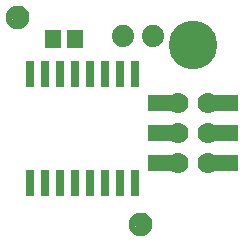
<source format=gbr>
G04 EAGLE Gerber RS-274X export*
G75*
%MOMM*%
%FSLAX34Y34*%
%LPD*%
%INSoldermask Bottom*%
%IPPOS*%
%AMOC8*
5,1,8,0,0,1.08239X$1,22.5*%
G01*
%ADD10R,1.341600X1.601600*%
%ADD11C,4.117600*%
%ADD12C,1.778000*%
%ADD13R,2.133600X1.371600*%
%ADD14C,1.101600*%
%ADD15C,0.500000*%
%ADD16R,0.701600X2.301600*%
%ADD17C,1.879600*%


D10*
X41808Y183896D03*
X60808Y183896D03*
D11*
X160782Y178562D03*
D12*
X148082Y129794D03*
X173482Y129794D03*
X148082Y104394D03*
X173482Y104394D03*
X148082Y78994D03*
X173482Y78994D03*
D13*
X188722Y129794D03*
X188722Y104394D03*
X188722Y78994D03*
X132842Y129794D03*
X132842Y104394D03*
X132842Y78994D03*
D14*
X116332Y26924D03*
D15*
X123832Y26924D02*
X123830Y27105D01*
X123823Y27286D01*
X123812Y27467D01*
X123797Y27648D01*
X123777Y27828D01*
X123753Y28008D01*
X123725Y28187D01*
X123692Y28365D01*
X123655Y28542D01*
X123614Y28719D01*
X123569Y28894D01*
X123519Y29069D01*
X123465Y29242D01*
X123407Y29413D01*
X123345Y29584D01*
X123278Y29752D01*
X123208Y29919D01*
X123134Y30085D01*
X123055Y30248D01*
X122973Y30409D01*
X122887Y30569D01*
X122797Y30726D01*
X122703Y30881D01*
X122606Y31034D01*
X122504Y31184D01*
X122400Y31332D01*
X122291Y31478D01*
X122180Y31620D01*
X122064Y31760D01*
X121946Y31897D01*
X121824Y32032D01*
X121699Y32163D01*
X121571Y32291D01*
X121440Y32416D01*
X121305Y32538D01*
X121168Y32656D01*
X121028Y32772D01*
X120886Y32883D01*
X120740Y32992D01*
X120592Y33096D01*
X120442Y33198D01*
X120289Y33295D01*
X120134Y33389D01*
X119977Y33479D01*
X119817Y33565D01*
X119656Y33647D01*
X119493Y33726D01*
X119327Y33800D01*
X119160Y33870D01*
X118992Y33937D01*
X118821Y33999D01*
X118650Y34057D01*
X118477Y34111D01*
X118302Y34161D01*
X118127Y34206D01*
X117950Y34247D01*
X117773Y34284D01*
X117595Y34317D01*
X117416Y34345D01*
X117236Y34369D01*
X117056Y34389D01*
X116875Y34404D01*
X116694Y34415D01*
X116513Y34422D01*
X116332Y34424D01*
X116151Y34422D01*
X115970Y34415D01*
X115789Y34404D01*
X115608Y34389D01*
X115428Y34369D01*
X115248Y34345D01*
X115069Y34317D01*
X114891Y34284D01*
X114714Y34247D01*
X114537Y34206D01*
X114362Y34161D01*
X114187Y34111D01*
X114014Y34057D01*
X113843Y33999D01*
X113672Y33937D01*
X113504Y33870D01*
X113337Y33800D01*
X113171Y33726D01*
X113008Y33647D01*
X112847Y33565D01*
X112687Y33479D01*
X112530Y33389D01*
X112375Y33295D01*
X112222Y33198D01*
X112072Y33096D01*
X111924Y32992D01*
X111778Y32883D01*
X111636Y32772D01*
X111496Y32656D01*
X111359Y32538D01*
X111224Y32416D01*
X111093Y32291D01*
X110965Y32163D01*
X110840Y32032D01*
X110718Y31897D01*
X110600Y31760D01*
X110484Y31620D01*
X110373Y31478D01*
X110264Y31332D01*
X110160Y31184D01*
X110058Y31034D01*
X109961Y30881D01*
X109867Y30726D01*
X109777Y30569D01*
X109691Y30409D01*
X109609Y30248D01*
X109530Y30085D01*
X109456Y29919D01*
X109386Y29752D01*
X109319Y29584D01*
X109257Y29413D01*
X109199Y29242D01*
X109145Y29069D01*
X109095Y28894D01*
X109050Y28719D01*
X109009Y28542D01*
X108972Y28365D01*
X108939Y28187D01*
X108911Y28008D01*
X108887Y27828D01*
X108867Y27648D01*
X108852Y27467D01*
X108841Y27286D01*
X108834Y27105D01*
X108832Y26924D01*
X108834Y26743D01*
X108841Y26562D01*
X108852Y26381D01*
X108867Y26200D01*
X108887Y26020D01*
X108911Y25840D01*
X108939Y25661D01*
X108972Y25483D01*
X109009Y25306D01*
X109050Y25129D01*
X109095Y24954D01*
X109145Y24779D01*
X109199Y24606D01*
X109257Y24435D01*
X109319Y24264D01*
X109386Y24096D01*
X109456Y23929D01*
X109530Y23763D01*
X109609Y23600D01*
X109691Y23439D01*
X109777Y23279D01*
X109867Y23122D01*
X109961Y22967D01*
X110058Y22814D01*
X110160Y22664D01*
X110264Y22516D01*
X110373Y22370D01*
X110484Y22228D01*
X110600Y22088D01*
X110718Y21951D01*
X110840Y21816D01*
X110965Y21685D01*
X111093Y21557D01*
X111224Y21432D01*
X111359Y21310D01*
X111496Y21192D01*
X111636Y21076D01*
X111778Y20965D01*
X111924Y20856D01*
X112072Y20752D01*
X112222Y20650D01*
X112375Y20553D01*
X112530Y20459D01*
X112687Y20369D01*
X112847Y20283D01*
X113008Y20201D01*
X113171Y20122D01*
X113337Y20048D01*
X113504Y19978D01*
X113672Y19911D01*
X113843Y19849D01*
X114014Y19791D01*
X114187Y19737D01*
X114362Y19687D01*
X114537Y19642D01*
X114714Y19601D01*
X114891Y19564D01*
X115069Y19531D01*
X115248Y19503D01*
X115428Y19479D01*
X115608Y19459D01*
X115789Y19444D01*
X115970Y19433D01*
X116151Y19426D01*
X116332Y19424D01*
X116513Y19426D01*
X116694Y19433D01*
X116875Y19444D01*
X117056Y19459D01*
X117236Y19479D01*
X117416Y19503D01*
X117595Y19531D01*
X117773Y19564D01*
X117950Y19601D01*
X118127Y19642D01*
X118302Y19687D01*
X118477Y19737D01*
X118650Y19791D01*
X118821Y19849D01*
X118992Y19911D01*
X119160Y19978D01*
X119327Y20048D01*
X119493Y20122D01*
X119656Y20201D01*
X119817Y20283D01*
X119977Y20369D01*
X120134Y20459D01*
X120289Y20553D01*
X120442Y20650D01*
X120592Y20752D01*
X120740Y20856D01*
X120886Y20965D01*
X121028Y21076D01*
X121168Y21192D01*
X121305Y21310D01*
X121440Y21432D01*
X121571Y21557D01*
X121699Y21685D01*
X121824Y21816D01*
X121946Y21951D01*
X122064Y22088D01*
X122180Y22228D01*
X122291Y22370D01*
X122400Y22516D01*
X122504Y22664D01*
X122606Y22814D01*
X122703Y22967D01*
X122797Y23122D01*
X122887Y23279D01*
X122973Y23439D01*
X123055Y23600D01*
X123134Y23763D01*
X123208Y23929D01*
X123278Y24096D01*
X123345Y24264D01*
X123407Y24435D01*
X123465Y24606D01*
X123519Y24779D01*
X123569Y24954D01*
X123614Y25129D01*
X123655Y25306D01*
X123692Y25483D01*
X123725Y25661D01*
X123753Y25840D01*
X123777Y26020D01*
X123797Y26200D01*
X123812Y26381D01*
X123823Y26562D01*
X123830Y26743D01*
X123832Y26924D01*
D14*
X12192Y202184D03*
D15*
X19692Y202184D02*
X19690Y202365D01*
X19683Y202546D01*
X19672Y202727D01*
X19657Y202908D01*
X19637Y203088D01*
X19613Y203268D01*
X19585Y203447D01*
X19552Y203625D01*
X19515Y203802D01*
X19474Y203979D01*
X19429Y204154D01*
X19379Y204329D01*
X19325Y204502D01*
X19267Y204673D01*
X19205Y204844D01*
X19138Y205012D01*
X19068Y205179D01*
X18994Y205345D01*
X18915Y205508D01*
X18833Y205669D01*
X18747Y205829D01*
X18657Y205986D01*
X18563Y206141D01*
X18466Y206294D01*
X18364Y206444D01*
X18260Y206592D01*
X18151Y206738D01*
X18040Y206880D01*
X17924Y207020D01*
X17806Y207157D01*
X17684Y207292D01*
X17559Y207423D01*
X17431Y207551D01*
X17300Y207676D01*
X17165Y207798D01*
X17028Y207916D01*
X16888Y208032D01*
X16746Y208143D01*
X16600Y208252D01*
X16452Y208356D01*
X16302Y208458D01*
X16149Y208555D01*
X15994Y208649D01*
X15837Y208739D01*
X15677Y208825D01*
X15516Y208907D01*
X15353Y208986D01*
X15187Y209060D01*
X15020Y209130D01*
X14852Y209197D01*
X14681Y209259D01*
X14510Y209317D01*
X14337Y209371D01*
X14162Y209421D01*
X13987Y209466D01*
X13810Y209507D01*
X13633Y209544D01*
X13455Y209577D01*
X13276Y209605D01*
X13096Y209629D01*
X12916Y209649D01*
X12735Y209664D01*
X12554Y209675D01*
X12373Y209682D01*
X12192Y209684D01*
X12011Y209682D01*
X11830Y209675D01*
X11649Y209664D01*
X11468Y209649D01*
X11288Y209629D01*
X11108Y209605D01*
X10929Y209577D01*
X10751Y209544D01*
X10574Y209507D01*
X10397Y209466D01*
X10222Y209421D01*
X10047Y209371D01*
X9874Y209317D01*
X9703Y209259D01*
X9532Y209197D01*
X9364Y209130D01*
X9197Y209060D01*
X9031Y208986D01*
X8868Y208907D01*
X8707Y208825D01*
X8547Y208739D01*
X8390Y208649D01*
X8235Y208555D01*
X8082Y208458D01*
X7932Y208356D01*
X7784Y208252D01*
X7638Y208143D01*
X7496Y208032D01*
X7356Y207916D01*
X7219Y207798D01*
X7084Y207676D01*
X6953Y207551D01*
X6825Y207423D01*
X6700Y207292D01*
X6578Y207157D01*
X6460Y207020D01*
X6344Y206880D01*
X6233Y206738D01*
X6124Y206592D01*
X6020Y206444D01*
X5918Y206294D01*
X5821Y206141D01*
X5727Y205986D01*
X5637Y205829D01*
X5551Y205669D01*
X5469Y205508D01*
X5390Y205345D01*
X5316Y205179D01*
X5246Y205012D01*
X5179Y204844D01*
X5117Y204673D01*
X5059Y204502D01*
X5005Y204329D01*
X4955Y204154D01*
X4910Y203979D01*
X4869Y203802D01*
X4832Y203625D01*
X4799Y203447D01*
X4771Y203268D01*
X4747Y203088D01*
X4727Y202908D01*
X4712Y202727D01*
X4701Y202546D01*
X4694Y202365D01*
X4692Y202184D01*
X4694Y202003D01*
X4701Y201822D01*
X4712Y201641D01*
X4727Y201460D01*
X4747Y201280D01*
X4771Y201100D01*
X4799Y200921D01*
X4832Y200743D01*
X4869Y200566D01*
X4910Y200389D01*
X4955Y200214D01*
X5005Y200039D01*
X5059Y199866D01*
X5117Y199695D01*
X5179Y199524D01*
X5246Y199356D01*
X5316Y199189D01*
X5390Y199023D01*
X5469Y198860D01*
X5551Y198699D01*
X5637Y198539D01*
X5727Y198382D01*
X5821Y198227D01*
X5918Y198074D01*
X6020Y197924D01*
X6124Y197776D01*
X6233Y197630D01*
X6344Y197488D01*
X6460Y197348D01*
X6578Y197211D01*
X6700Y197076D01*
X6825Y196945D01*
X6953Y196817D01*
X7084Y196692D01*
X7219Y196570D01*
X7356Y196452D01*
X7496Y196336D01*
X7638Y196225D01*
X7784Y196116D01*
X7932Y196012D01*
X8082Y195910D01*
X8235Y195813D01*
X8390Y195719D01*
X8547Y195629D01*
X8707Y195543D01*
X8868Y195461D01*
X9031Y195382D01*
X9197Y195308D01*
X9364Y195238D01*
X9532Y195171D01*
X9703Y195109D01*
X9874Y195051D01*
X10047Y194997D01*
X10222Y194947D01*
X10397Y194902D01*
X10574Y194861D01*
X10751Y194824D01*
X10929Y194791D01*
X11108Y194763D01*
X11288Y194739D01*
X11468Y194719D01*
X11649Y194704D01*
X11830Y194693D01*
X12011Y194686D01*
X12192Y194684D01*
X12373Y194686D01*
X12554Y194693D01*
X12735Y194704D01*
X12916Y194719D01*
X13096Y194739D01*
X13276Y194763D01*
X13455Y194791D01*
X13633Y194824D01*
X13810Y194861D01*
X13987Y194902D01*
X14162Y194947D01*
X14337Y194997D01*
X14510Y195051D01*
X14681Y195109D01*
X14852Y195171D01*
X15020Y195238D01*
X15187Y195308D01*
X15353Y195382D01*
X15516Y195461D01*
X15677Y195543D01*
X15837Y195629D01*
X15994Y195719D01*
X16149Y195813D01*
X16302Y195910D01*
X16452Y196012D01*
X16600Y196116D01*
X16746Y196225D01*
X16888Y196336D01*
X17028Y196452D01*
X17165Y196570D01*
X17300Y196692D01*
X17431Y196817D01*
X17559Y196945D01*
X17684Y197076D01*
X17806Y197211D01*
X17924Y197348D01*
X18040Y197488D01*
X18151Y197630D01*
X18260Y197776D01*
X18364Y197924D01*
X18466Y198074D01*
X18563Y198227D01*
X18657Y198382D01*
X18747Y198539D01*
X18833Y198699D01*
X18915Y198860D01*
X18994Y199023D01*
X19068Y199189D01*
X19138Y199356D01*
X19205Y199524D01*
X19267Y199695D01*
X19325Y199866D01*
X19379Y200039D01*
X19429Y200214D01*
X19474Y200389D01*
X19515Y200566D01*
X19552Y200743D01*
X19585Y200921D01*
X19613Y201100D01*
X19637Y201280D01*
X19657Y201460D01*
X19672Y201641D01*
X19683Y201822D01*
X19690Y202003D01*
X19692Y202184D01*
D16*
X35560Y153950D03*
X60960Y61950D03*
X22860Y153950D03*
X48260Y153950D03*
X60960Y153950D03*
X48260Y61950D03*
X73660Y61950D03*
X86360Y61950D03*
X86360Y153950D03*
X111760Y61950D03*
X73660Y153950D03*
X99060Y153950D03*
X99060Y61950D03*
X111760Y153950D03*
X35560Y61950D03*
X22860Y61950D03*
D17*
X127000Y186690D03*
X101600Y186690D03*
M02*

</source>
